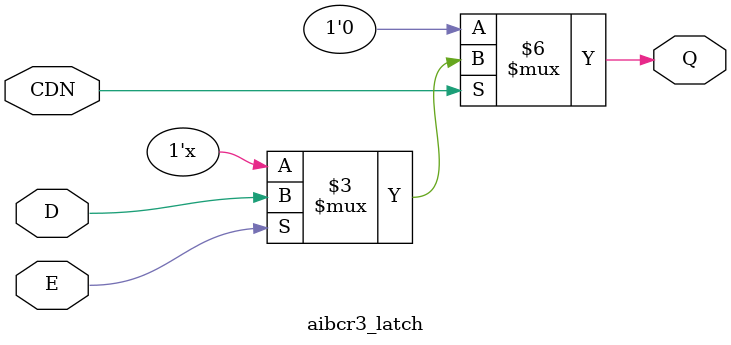
<source format=v>
module aibcr3_latch (
	input wire E,
	input wire CDN,
	input wire D,
	output reg Q
);

wire latch_reset;
assign latch_reset = !CDN;

//cadence async_set_reset "latch_reset"
//synopsys async_set_reset "latch_reset"
always@(*) begin
	if (latch_reset) Q <= 0;
	else if (E) Q <= D;
end
endmodule



</source>
